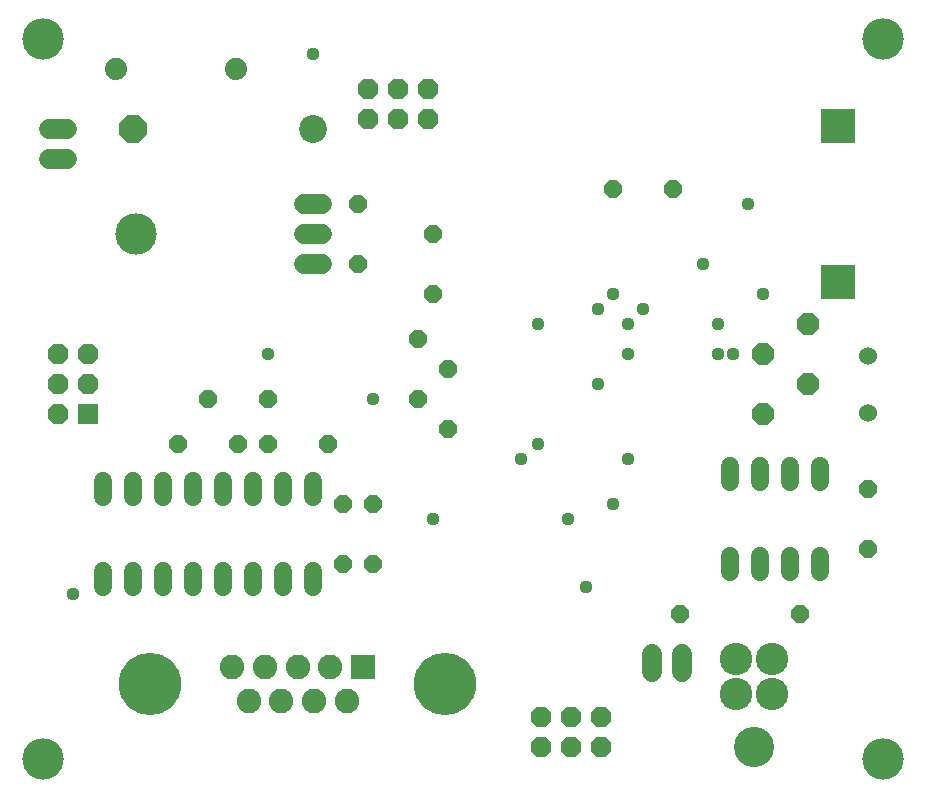
<source format=gbs>
G75*
G70*
%OFA0B0*%
%FSLAX24Y24*%
%IPPOS*%
%LPD*%
%AMOC8*
5,1,8,0,0,1.08239X$1,22.5*
%
%ADD10C,0.0600*%
%ADD11OC8,0.0710*%
%ADD12C,0.0740*%
%ADD13OC8,0.0600*%
%ADD14C,0.0600*%
%ADD15C,0.1080*%
%ADD16C,0.1340*%
%ADD17C,0.0680*%
%ADD18OC8,0.0680*%
%ADD19C,0.1380*%
%ADD20R,0.0680X0.0680*%
%ADD21C,0.0930*%
%ADD22OC8,0.0930*%
%ADD23R,0.0820X0.0820*%
%ADD24C,0.0820*%
%ADD25C,0.2080*%
%ADD26R,0.1175X0.1175*%
%ADD27C,0.0440*%
D10*
X029125Y015422D03*
X029125Y017322D03*
D11*
X027125Y016372D03*
X025625Y015372D03*
X025625Y017372D03*
X027125Y018372D03*
D12*
X008075Y026872D03*
X004075Y026872D03*
D13*
X012125Y022372D03*
X012125Y020372D03*
X014625Y019372D03*
X014125Y017872D03*
X015125Y016872D03*
X014125Y015872D03*
X015125Y014872D03*
X012625Y012372D03*
X011625Y012372D03*
X011625Y010372D03*
X012625Y010372D03*
X011125Y014372D03*
X009125Y014372D03*
X008125Y014372D03*
X009125Y015872D03*
X007125Y015872D03*
X006125Y014372D03*
X014625Y021372D03*
X020625Y022872D03*
X022625Y022872D03*
X029125Y012872D03*
X029125Y010872D03*
X026875Y008722D03*
X022875Y008722D03*
D14*
X024525Y010112D02*
X024525Y010632D01*
X025525Y010632D02*
X025525Y010112D01*
X026525Y010112D02*
X026525Y010632D01*
X027525Y010632D02*
X027525Y010112D01*
X027525Y013112D02*
X027525Y013632D01*
X026525Y013632D02*
X026525Y013112D01*
X025525Y013112D02*
X025525Y013632D01*
X024525Y013632D02*
X024525Y013112D01*
X010625Y013132D02*
X010625Y012612D01*
X009625Y012612D02*
X009625Y013132D01*
X008625Y013132D02*
X008625Y012612D01*
X007625Y012612D02*
X007625Y013132D01*
X006625Y013132D02*
X006625Y012612D01*
X005625Y012612D02*
X005625Y013132D01*
X004625Y013132D02*
X004625Y012612D01*
X003625Y012612D02*
X003625Y013132D01*
X003625Y010132D02*
X003625Y009612D01*
X004625Y009612D02*
X004625Y010132D01*
X005625Y010132D02*
X005625Y009612D01*
X006625Y009612D02*
X006625Y010132D01*
X007625Y010132D02*
X007625Y009612D01*
X008625Y009612D02*
X008625Y010132D01*
X009625Y010132D02*
X009625Y009612D01*
X010625Y009612D02*
X010625Y010132D01*
D15*
X024737Y007222D03*
X024737Y006041D03*
X025919Y006041D03*
X025919Y007222D03*
D16*
X025328Y004270D03*
D17*
X022925Y006772D02*
X022925Y007372D01*
X021925Y007372D02*
X021925Y006772D01*
X010925Y020372D02*
X010325Y020372D01*
X010325Y021372D02*
X010925Y021372D01*
X010925Y022372D02*
X010325Y022372D01*
X002425Y023872D02*
X001825Y023872D01*
X001825Y024872D02*
X002425Y024872D01*
D18*
X002125Y017372D03*
X002125Y016372D03*
X002125Y015372D03*
X003125Y016372D03*
X003125Y017372D03*
X012475Y025222D03*
X013475Y025222D03*
X014475Y025222D03*
X014475Y026222D03*
X013475Y026222D03*
X012475Y026222D03*
X018225Y005272D03*
X018225Y004272D03*
X019225Y004272D03*
X020225Y004272D03*
X020225Y005272D03*
X019225Y005272D03*
D19*
X001625Y003872D03*
X004725Y021372D03*
X001625Y027872D03*
X029625Y027872D03*
X029625Y003872D03*
D20*
X003125Y015372D03*
D21*
X010625Y024872D03*
D22*
X004625Y024872D03*
D23*
X012306Y006931D03*
D24*
X011215Y006931D03*
X010125Y006931D03*
X009034Y006931D03*
X007944Y006931D03*
X008491Y005813D03*
X009582Y005813D03*
X010668Y005813D03*
X011759Y005813D03*
D25*
X015046Y006372D03*
X005204Y006372D03*
D26*
X028125Y019772D03*
X028125Y024972D03*
D27*
X025125Y022372D03*
X023625Y020372D03*
X021625Y018872D03*
X021125Y018372D03*
X021125Y017372D03*
X020125Y016372D03*
X018125Y014372D03*
X017575Y013872D03*
X019125Y011872D03*
X020625Y012372D03*
X021125Y013872D03*
X024125Y017372D03*
X024625Y017372D03*
X024125Y018372D03*
X025625Y019372D03*
X020625Y019372D03*
X020125Y018872D03*
X018125Y018372D03*
X012625Y015872D03*
X009125Y017372D03*
X014625Y011872D03*
X019725Y009622D03*
X002625Y009372D03*
X010625Y027372D03*
M02*

</source>
